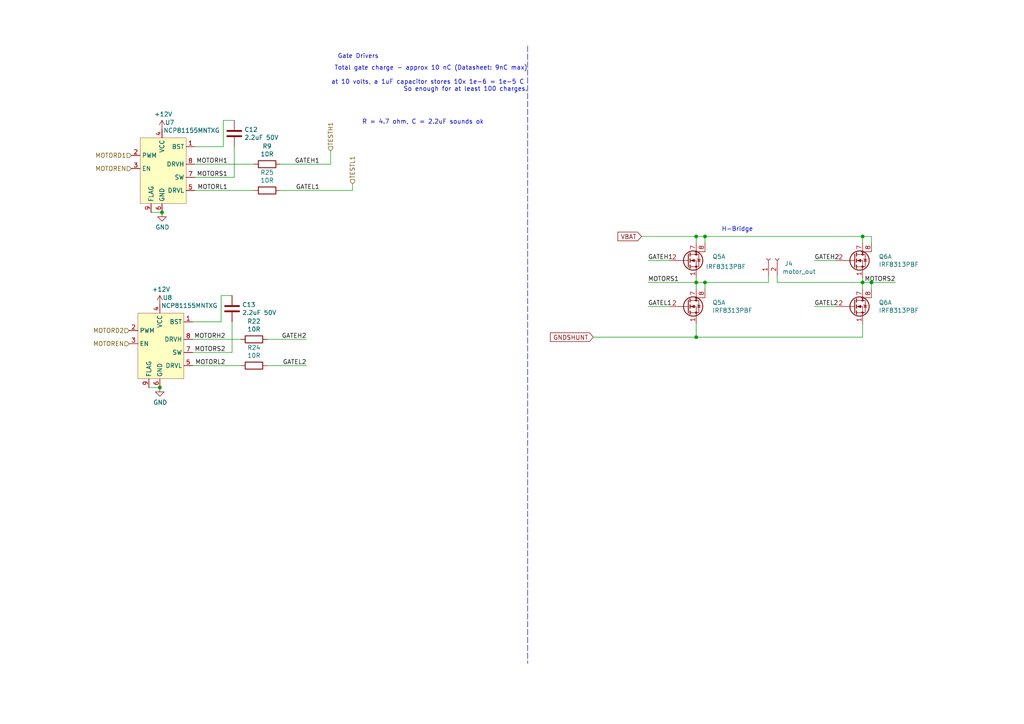
<source format=kicad_sch>
(kicad_sch (version 20210126) (generator eeschema)
  (paper "A4")
  (lib_symbols
    (symbol "Connector:Conn_01x02_Female" (pin_names (offset 1.016) hide)
      (property "Reference" "J" (at 0 2.54 0))
      (property "Value" "Conn_01x02_Female" (at 0 -5.08 0))
      (symbol "Conn_01x02_Female_1_1"
        (arc (start 0 -2.032) (end 0 -3.048) (radius (at 0 -2.54) (length 0.508) (angles 90.1 -90.1)) (stroke (width 0.1524)))
        (arc (start 0 0.508) (end 0 -0.508) (radius (at 0 0) (length 0.508) (angles 90.1 -90.1)) (stroke (width 0.1524)))
        (polyline (pts (xy -1.27 -2.54) (xy -0.508 -2.54)) (stroke (width 0.1524)))
        (polyline (pts (xy -1.27 0) (xy -0.508 0)) (stroke (width 0.1524)))
        (pin passive line (at -5.08 0 0) (length 3.81) (name "Pin_1") (number "1"))
        (pin passive line (at -5.08 -2.54 0) (length 3.81) (name "Pin_2") (number "2"))
      )
    )
    (symbol "Device:C" (pin_numbers hide) (pin_names (offset 0.254))
      (property "Reference" "C" (at 0.635 2.54 0))
      (property "Value" "C" (at 0.635 -2.54 0))
      (symbol "C_0_1"
        (polyline (pts (xy -2.032 -0.762) (xy 2.032 -0.762)) (stroke (width 0.508)))
        (polyline (pts (xy -2.032 0.762) (xy 2.032 0.762)) (stroke (width 0.508)))
      )
      (symbol "C_1_1"
        (pin passive line (at 0 3.81 270) (length 2.794) (name "~") (number "1"))
        (pin passive line (at 0 -3.81 90) (length 2.794) (name "~") (number "2"))
      )
    )
    (symbol "Device:R" (pin_numbers hide) (pin_names (offset 0))
      (property "Reference" "R" (at 2.032 0 90))
      (property "Value" "R" (at 0 0 90))
      (symbol "R_0_1"
        (rectangle (start -1.016 -2.54) (end 1.016 2.54) (stroke (width 0.254)))
      )
      (symbol "R_1_1"
        (pin passive line (at 0 3.81 270) (length 1.27) (name "~") (number "1"))
        (pin passive line (at 0 -3.81 90) (length 1.27) (name "~") (number "2"))
      )
    )
    (symbol "beetletriple:NCP81155MN"
      (property "Reference" "U" (at 0 0 0))
      (property "Value" "NCP81155MN" (at 0.635 -3.175 0))
      (symbol "NCP81155MN_0_1"
        (rectangle (start -6.35 11.43) (end 6.985 -7.62) (stroke (width 0.001)) (fill (type background)))
      )
      (symbol "NCP81155MN_1_1"
        (pin power_out line (at 9.525 8.89 180) (length 2.54) (name "BST") (number "1"))
        (pin input line (at -8.89 6.35 0) (length 2.54) (name "PWM") (number "2"))
        (pin input line (at -8.89 2.54 0) (length 2.54) (name "EN") (number "3"))
        (pin power_in line (at 0 13.97 270) (length 2.54) (name "VCC") (number "4"))
        (pin output line (at 9.525 -3.81 180) (length 2.54) (name "DRVL") (number "5"))
        (pin passive line (at 9.525 0 180) (length 2.54) (name "SW") (number "7"))
        (pin output line (at 9.525 3.81 180) (length 2.54) (name "DRVH") (number "8"))
        (pin power_in line (at 0 -10.16 90) (length 2.54) (name "GND") (number "6"))
        (pin power_in line (at -3.175 -10.16 90) (length 2.54) (name "FLAG") (number "9"))
      )
    )
    (symbol "beetletriple:Q_Dual_NMOS_S1G1S2G2D2D2D1D1" (pin_names (offset 0) hide)
      (property "Reference" "Q2" (at 7.2137 1.1494 0))
      (property "Value" "Q_Dual_NMOS_S1G1S2G2D2D2D1D1" (at 7.214 -1.149 0))
      (symbol "Q_Dual_NMOS_S1G1S2G2D2D2D1D1_0_1"
        (circle (center 1.651 0) (radius 2.794) (stroke (width 0.254)))
        (circle (center 2.54 -1.778) (radius 0.254) (fill (type outline)))
        (circle (center 2.54 1.778) (radius 0.254) (fill (type outline)))
        (circle (center 2.54 2.54) (radius 0.254) (fill (type outline)))
        (polyline (pts (xy 0.254 0) (xy -2.54 0)))
        (polyline (pts (xy 0.254 1.905) (xy 0.254 -1.905)) (stroke (width 0.254)))
        (polyline (pts (xy 0.762 -1.27) (xy 0.762 -2.286)) (stroke (width 0.254)))
        (polyline (pts (xy 0.762 0.508) (xy 0.762 -0.508)) (stroke (width 0.254)))
        (polyline (pts (xy 0.762 2.286) (xy 0.762 1.27)) (stroke (width 0.254)))
        (polyline (pts (xy 2.54 2.54) (xy 2.54 1.778)))
        (polyline (pts (xy 5.08 2.54) (xy 2.54 2.54)))
        (polyline (pts (xy 2.54 -2.54) (xy 2.54 0) (xy 0.762 0)))
        (polyline (pts (xy 0.762 -1.778) (xy 3.302 -1.778) (xy 3.302 1.778) (xy 0.762 1.778)))
        (polyline (pts (xy 1.016 0) (xy 2.032 0.381) (xy 2.032 -0.381) (xy 1.016 0)) (fill (type outline)))
        (polyline (pts (xy 2.794 0.508) (xy 2.921 0.381) (xy 3.683 0.381) (xy 3.81 0.254)))
        (polyline (pts (xy 3.302 0.381) (xy 2.921 -0.254) (xy 3.683 -0.254) (xy 3.302 0.381)))
      )
      (symbol "Q_Dual_NMOS_S1G1S2G2D2D2D1D1_1_1"
        (pin passive line (at 2.54 -5.08 90) (length 2.54) (name "S") (number "1"))
        (pin input line (at -5.08 0 0) (length 2.54) (name "G") (number "2"))
        (pin passive line (at 2.54 5.08 270) (length 2.54) (name "D") (number "7"))
        (pin passive line (at 5.08 5.08 270) (length 2.54) (name "D") (number "8"))
      )
      (symbol "Q_Dual_NMOS_S1G1S2G2D2D2D1D1_2_1"
        (pin passive line (at 2.54 -5.08 90) (length 2.54) (name "S") (number "3"))
        (pin input line (at -5.08 0 0) (length 2.54) (name "G") (number "4"))
        (pin passive line (at 2.54 5.08 270) (length 2.54) (name "D") (number "5"))
        (pin passive line (at 5.08 5.08 270) (length 2.54) (name "D") (number "6"))
      )
    )
    (symbol "power:+12V" (power) (pin_names (offset 0))
      (property "Value" "+12V" (at 0 3.556 0))
      (symbol "+12V_0_1"
        (polyline (pts (xy -0.762 1.27) (xy 0 2.54)))
        (polyline (pts (xy 0 0) (xy 0 2.54)))
        (polyline (pts (xy 0 2.54) (xy 0.762 1.27)))
      )
      (symbol "+12V_1_1"
        (pin power_in line (at 0 0 90) (length 0) hide (name "+12V") (number "1"))
      )
    )
    (symbol "power:GND" (power) (pin_names (offset 0))
      (property "Value" "GND" (at 0 -3.81 0))
      (symbol "GND_0_1"
        (polyline (pts (xy 0 0) (xy 0 -1.27) (xy 1.27 -1.27) (xy 0 -2.54) (xy -1.27 -1.27) (xy 0 -1.27)))
      )
      (symbol "GND_1_1"
        (pin power_in line (at 0 0 270) (length 0) hide (name "GND") (number "1"))
      )
    )
  )
  (junction (at 46.355 112.395) (diameter 0.9144))
  (junction (at 46.99 61.595) (diameter 0.9144))
  (junction (at 201.93 68.58) (diameter 0.9144))
  (junction (at 201.93 81.915) (diameter 0.9144))
  (junction (at 201.93 97.79) (diameter 0.9144))
  (junction (at 204.47 68.58) (diameter 0.9144))
  (junction (at 204.47 81.915) (diameter 0.9144))
  (junction (at 250.19 68.58) (diameter 0.9144))
  (junction (at 250.19 81.915) (diameter 0.9144))
  (junction (at 252.73 81.915) (diameter 0.9144))
  (wire (pts (xy 43.18 112.395) (xy 46.355 112.395)))
  (wire (pts (xy 43.815 61.595) (xy 46.99 61.595)))
  (wire (pts (xy 55.88 98.425) (xy 69.85 98.425)))
  (wire (pts (xy 55.88 102.235) (xy 67.31 102.235)))
  (wire (pts (xy 55.88 106.045) (xy 69.85 106.045)))
  (wire (pts (xy 56.515 47.625) (xy 73.66 47.625)))
  (wire (pts (xy 56.515 51.435) (xy 67.945 51.435)))
  (wire (pts (xy 56.515 55.245) (xy 73.66 55.245)))
  (wire (pts (xy 64.135 85.725) (xy 64.135 93.345)))
  (wire (pts (xy 64.135 85.725) (xy 67.31 85.725)))
  (wire (pts (xy 64.135 93.345) (xy 55.88 93.345)))
  (wire (pts (xy 64.77 34.925) (xy 64.77 42.545)))
  (wire (pts (xy 64.77 34.925) (xy 67.945 34.925)))
  (wire (pts (xy 64.77 42.545) (xy 56.515 42.545)))
  (wire (pts (xy 67.31 102.235) (xy 67.31 93.345)))
  (wire (pts (xy 67.945 51.435) (xy 67.945 42.545)))
  (wire (pts (xy 77.47 98.425) (xy 88.9 98.425)))
  (wire (pts (xy 77.47 106.045) (xy 88.9 106.045)))
  (wire (pts (xy 81.28 47.625) (xy 95.885 47.625)))
  (wire (pts (xy 81.28 55.245) (xy 102.235 55.245)))
  (wire (pts (xy 95.885 43.815) (xy 95.885 47.625)))
  (wire (pts (xy 102.235 53.34) (xy 102.235 55.245)))
  (wire (pts (xy 172.085 97.79) (xy 201.93 97.79)))
  (wire (pts (xy 186.055 68.58) (xy 201.93 68.58)))
  (wire (pts (xy 187.96 75.565) (xy 194.31 75.565)))
  (wire (pts (xy 187.96 81.915) (xy 201.93 81.915)))
  (wire (pts (xy 187.96 88.9) (xy 194.31 88.9)))
  (wire (pts (xy 201.93 68.58) (xy 201.93 70.485)))
  (wire (pts (xy 201.93 68.58) (xy 204.47 68.58)))
  (wire (pts (xy 201.93 80.645) (xy 201.93 81.915)))
  (wire (pts (xy 201.93 81.915) (xy 201.93 83.82)))
  (wire (pts (xy 201.93 93.98) (xy 201.93 97.79)))
  (wire (pts (xy 201.93 97.79) (xy 250.19 97.79)))
  (wire (pts (xy 204.47 68.58) (xy 204.47 70.485)))
  (wire (pts (xy 204.47 68.58) (xy 250.19 68.58)))
  (wire (pts (xy 204.47 81.915) (xy 201.93 81.915)))
  (wire (pts (xy 204.47 81.915) (xy 222.885 81.915)))
  (wire (pts (xy 204.47 83.82) (xy 204.47 81.915)))
  (wire (pts (xy 222.885 80.01) (xy 222.885 81.915)))
  (wire (pts (xy 225.425 80.01) (xy 225.425 81.915)))
  (wire (pts (xy 225.425 81.915) (xy 250.19 81.915)))
  (wire (pts (xy 236.22 75.565) (xy 242.57 75.565)))
  (wire (pts (xy 236.22 88.9) (xy 242.57 88.9)))
  (wire (pts (xy 250.19 68.58) (xy 250.19 70.485)))
  (wire (pts (xy 250.19 68.58) (xy 252.73 68.58)))
  (wire (pts (xy 250.19 80.645) (xy 250.19 81.915)))
  (wire (pts (xy 250.19 81.915) (xy 250.19 83.82)))
  (wire (pts (xy 250.19 93.98) (xy 250.19 97.79)))
  (wire (pts (xy 252.73 68.58) (xy 252.73 70.485)))
  (wire (pts (xy 252.73 81.915) (xy 250.19 81.915)))
  (wire (pts (xy 252.73 81.915) (xy 259.715 81.915)))
  (wire (pts (xy 252.73 83.82) (xy 252.73 81.915)))
  (polyline (pts (xy 153.035 13.335) (xy 153.035 192.405)) (stroke (width 0) (type dash)))
  (text "Gate Drivers" (at 109.855 17.145 180) (effects (font (size 1.27 1.27)) (justify right bottom)))
  (text "R = 4.7 ohm, C = 2.2uF sounds ok" (at 140.335 36.195 180) (effects (font (size 1.27 1.27)) (justify right bottom)))
  (text "Total gate charge - approx 10 nC (Datasheet: 9nC max)\n\nat 10 volts, a 1uF capacitor stores 10x 1e-6 = 1e-5 C \nSo enough for at least 100 charges." (at 153.035 26.67 0) (effects (font (size 1.27 1.27)) (justify right bottom)))
  (text "H-Bridge\n" (at 218.44 67.31 180) (effects (font (size 1.27 1.27)) (justify right bottom)))
  (label "MOTORH2" (at 65.405 98.425 180))
  (label "MOTORS2" (at 65.405 102.235 180))
  (label "MOTORL2" (at 65.405 106.045 180))
  (label "MOTORH1" (at 66.04 47.625 180))
  (label "MOTORS1" (at 66.04 51.435 180))
  (label "MOTORL1" (at 66.04 55.245 180))
  (label "GATEH2" (at 88.9 98.425 180))
  (label "GATEL2" (at 88.9 106.045 180))
  (label "GATEH1" (at 92.71 47.625 180))
  (label "GATEL1" (at 92.71 55.245 180))
  (label "GATEH1" (at 187.96 75.565 0))
  (label "MOTORS1" (at 187.96 81.915 0))
  (label "GATEL1" (at 187.96 88.9 0))
  (label "GATEH2" (at 236.22 75.565 0))
  (label "GATEL2" (at 236.22 88.9 0))
  (label "MOTORS2" (at 259.715 81.915 180))
  (global_label "GNDSHUNT" (shape input) (at 172.085 97.79 180) (property "Intersheet References" "${INTERSHEET_REFS}" (effects hide)))
  (global_label "VBAT" (shape input) (at 186.055 68.58 180) (property "Intersheet References" "${INTERSHEET_REFS}" (effects hide)))
  (hierarchical_label "MOTORD2" (shape input) (at 37.465 95.885 180))
  (hierarchical_label "MOTOREN" (shape input) (at 37.465 99.695 180))
  (hierarchical_label "MOTORD1" (shape input) (at 38.1 45.085 180))
  (hierarchical_label "MOTOREN" (shape input) (at 38.1 48.895 180))
  (hierarchical_label "TESTH1" (shape input) (at 95.885 43.815 90))
  (hierarchical_label "TESTL1" (shape input) (at 102.235 53.34 90))
  (symbol (lib_id "power:+12V") (at 46.355 88.265 0)
    (property "Reference" "#PWR026" (effects hide))
    (property "Value" "+12V" (at 46.7233 83.9406 0))
  )
  (symbol (lib_id "power:+12V") (at 46.99 37.465 0)
    (property "Reference" "#PWR024" (effects hide))
    (property "Value" "+12V" (at 47.3583 33.1406 0))
  )
  (symbol (lib_id "power:GND") (at 46.355 112.395 0)
    (property "Reference" "#PWR027" (effects hide))
    (property "Value" "GND" (at 46.4693 116.7194 0))
  )
  (symbol (lib_id "power:GND") (at 46.99 61.595 0)
    (property "Reference" "#PWR025" (effects hide))
    (property "Value" "GND" (at 47.1043 65.9194 0))
  )
  (symbol (lib_id "Device:R") (at 73.66 98.425 90)
    (property "Reference" "R22" (at 73.66 93.1988 90))
    (property "Value" "10R" (at 73.66 95.4975 90))
    (property "Footprint" "Resistor_SMD:R_0805_2012Metric" (effects hide))
  )
  (symbol (lib_id "Device:R") (at 73.66 106.045 90)
    (property "Reference" "R24" (at 73.66 100.8188 90))
    (property "Value" "10R" (at 73.66 103.1175 90))
    (property "Footprint" "Resistor_SMD:R_0805_2012Metric" (effects hide))
  )
  (symbol (lib_id "Device:R") (at 77.47 47.625 90)
    (property "Reference" "R9" (at 77.47 42.3988 90))
    (property "Value" "10R" (at 77.47 44.6975 90))
    (property "Footprint" "Resistor_SMD:R_0805_2012Metric" (effects hide))
  )
  (symbol (lib_id "Device:R") (at 77.47 55.245 90)
    (property "Reference" "R25" (at 77.47 50.0188 90))
    (property "Value" "10R" (at 77.47 52.3175 90))
    (property "Footprint" "Resistor_SMD:R_0805_2012Metric" (effects hide))
  )
  (symbol (lib_id "Connector:Conn_01x02_Female") (at 222.885 74.93 90)
    (property "Reference" "J4" (at 227.5587 76.473 90) (effects (justify right)))
    (property "Value" "motor_out" (at 226.924 78.772 90) (effects (justify right)))
    (property "Footprint" "beetletriple:TerminalBlock_motor" (effects hide))
  )
  (symbol (lib_id "Device:C") (at 67.31 89.535 0)
    (property "Reference" "C13" (at 70.231 88.386 0) (effects (justify left)))
    (property "Value" "2.2uF 50V" (at 70.2311 90.6843 0) (effects (justify left)))
    (property "Footprint" "Capacitor_SMD:C_1206_3216Metric" (effects hide))
    (property "LCSC" "C50254" (effects hide))
  )
  (symbol (lib_id "Device:C") (at 67.945 38.735 0)
    (property "Reference" "C12" (at 70.8661 37.5856 0) (effects (justify left)))
    (property "Value" "2.2uF 50V" (at 70.8661 39.8843 0) (effects (justify left)))
    (property "Footprint" "Capacitor_SMD:C_1206_3216Metric" (effects hide))
    (property "LCSC" "C50254" (effects hide))
  )
  (symbol (lib_id "beetletriple:Q_Dual_NMOS_S1G1S2G2D2D2D1D1") (at 199.39 75.565 0)
    (property "Reference" "Q5" (at 206.6037 74.4156 0) (effects (justify left)))
    (property "Value" "IRF8313PBF " (at 204.699 77.349 0) (effects (justify left)))
    (property "Footprint" "Package_SO:SOIC-8_3.9x4.9mm_P1.27mm" (effects hide))
    (property "LCSC" "C57696" (effects hide))
  )
  (symbol (lib_id "beetletriple:Q_Dual_NMOS_S1G1S2G2D2D2D1D1") (at 199.39 88.9 0)
    (property "Reference" "Q5" (at 206.6037 87.7506 0) (effects (justify left)))
    (property "Value" "IRF8313PBF " (at 206.604 90.049 0) (effects (justify left)))
    (property "Footprint" "Package_SO:SOIC-8_3.9x4.9mm_P1.27mm" (effects hide))
    (property "LCSC" "C57696" (effects hide))
  )
  (symbol (lib_id "beetletriple:Q_Dual_NMOS_S1G1S2G2D2D2D1D1") (at 247.65 75.565 0)
    (property "Reference" "Q6" (at 254.8637 74.4156 0) (effects (justify left)))
    (property "Value" "IRF8313PBF " (at 254.864 76.714 0) (effects (justify left)))
    (property "Footprint" "Package_SO:SOIC-8_3.9x4.9mm_P1.27mm" (effects hide))
    (property "LCSC" "C57696" (effects hide))
  )
  (symbol (lib_id "beetletriple:Q_Dual_NMOS_S1G1S2G2D2D2D1D1") (at 247.65 88.9 0)
    (property "Reference" "Q6" (at 254.8637 87.7506 0) (effects (justify left)))
    (property "Value" "IRF8313PBF " (at 254.864 90.049 0) (effects (justify left)))
    (property "Footprint" "Package_SO:SOIC-8_3.9x4.9mm_P1.27mm" (effects hide))
    (property "LCSC" "C57696" (effects hide))
  )
  (symbol (lib_id "beetletriple:NCP81155MN") (at 46.355 102.235 0)
    (property "Reference" "U8" (at 48.578 86.341 0))
    (property "Value" "NCP81155MNTXG" (at 54.9275 88.6395 0))
    (property "Footprint" "beetletriple:DFN-8-3x3mm_hand1" (effects hide))
    (property "LCSC" "C173765" (effects hide))
  )
  (symbol (lib_id "beetletriple:NCP81155MN") (at 46.99 51.435 0)
    (property "Reference" "U7" (at 49.212 35.541 0))
    (property "Value" "NCP81155MNTXG" (at 55.5625 37.8395 0))
    (property "Footprint" "beetletriple:DFN-8-3x3mm_hand1" (effects hide))
    (property "LCSC" "C173765" (effects hide))
  )
)
</source>
